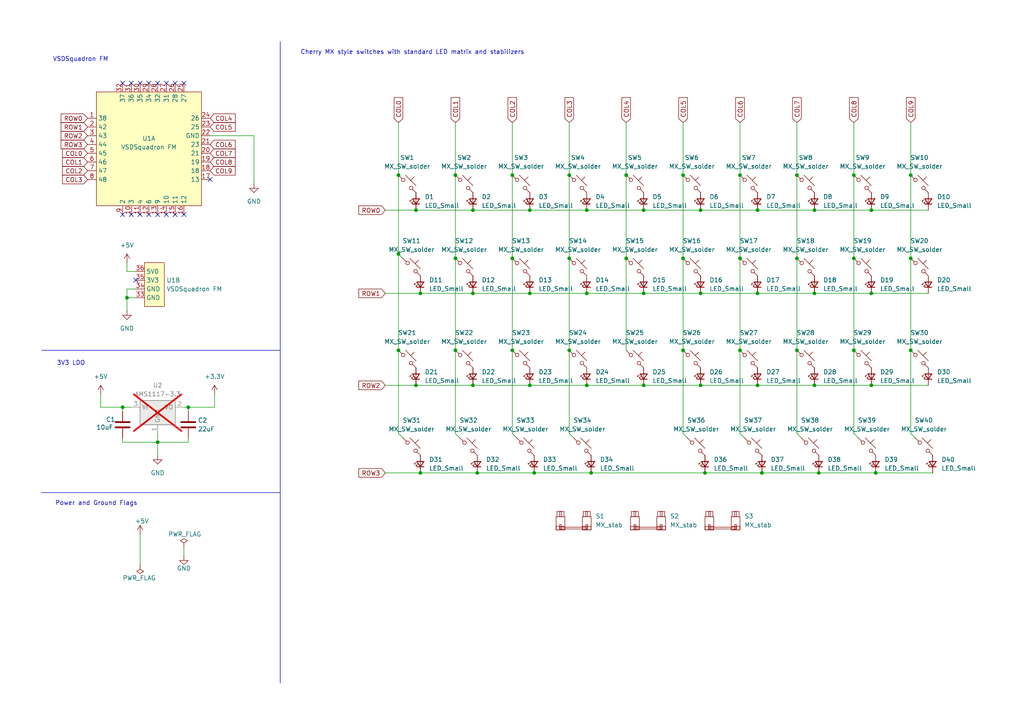
<source format=kicad_sch>
(kicad_sch (version 20231120) (generator "eeschema") (generator_version "8.0")
  (paper "A4")
  (title_block (title "Keyboard PCB LEDs VSDSquadron FM Shield") (date "2025-01-14") (rev "1A") (company "VLSI System Design") (comment 1 "Author : Bilwa Ghisad"))
  (lib_symbols
    (symbol "Device:C" (pin_numbers hide) (pin_names (offset 0.254))
      (property "Reference" "C" (at 0.635 2.54 0))
      (property "Value" "C" (at 0.635 -2.54 0))
      (symbol "C_1_1"
        (pin passive line (at 0 3.81 270) (length 2.794) (name "~") (number "1"))
        (pin passive line (at 0 -3.81 90) (length 2.794) (name "~") (number "2"))
      )
    )
    (symbol "Device:LED_Small" (pin_numbers hide) (pin_names (offset 0.254) hide)
      (property "Reference" "D" (at -1.27 3.175 0))
      (property "Value" "LED_Small" (at -4.445 -2.54 0))
      (symbol "LED_Small_1_1"
        (pin passive line (at -2.54 0 0) (length 1.778) (name "K") (number "1"))
        (pin passive line (at 2.54 0 180) (length 1.778) (name "A") (number "2"))
      )
    )
    (symbol "PCM_marbastlib-mx:MX_SW_solder" (pin_numbers hide) (pin_names (offset 1.016) hide)
      (property "Reference" "MX" (at 3.048 1.016 0))
      (property "Value" "MX_SW_solder" (at 0 -3.81 0))
      (symbol "MX_SW_solder_0_1"
        (pin passive line (at -2.54 2.54 0) (length 0) (name "1") (number "1"))
        (pin passive line (at 2.54 -2.54 180) (length 0) (name "2") (number "2"))
      )
    )
    (symbol "PCM_marbastlib-mx:MX_stab" (pin_names (offset 1.016))
      (property "Reference" "S" (at -5.08 6.35 0))
      (property "Value" "MX_stab" (at -5.08 3.81 0))
    )
    (symbol "Regulator_Linear:AMS1117-3.3"
      (property "Reference" "U" (at -3.81 3.175 0))
      (property "Value" "AMS1117-3.3" (at 0 3.175 0))
      (symbol "AMS1117-3.3_1_1"
        (pin power_in line (at 0 -7.62 90) (length 2.54) (name "GND") (number "1"))
        (pin power_out line (at 7.62 0 180) (length 2.54) (name "VO") (number "2"))
        (pin power_in line (at -7.62 0 0) (length 2.54) (name "VI") (number "3"))
      )
    )
    (symbol "VSDSquadron_FM:VSDSquadron_FM"
      (property "Reference" "U" (at -9.398 10.668 0))
      (property "Value" "VSDSquadron FM" (at 2.921 8.509 0))
      (symbol "VSDSquadron_FM_1_0"
        (pin bidirectional line (at -2.54 -17.78 90) (length 2.54) (name "3") (number "10"))
        (pin bidirectional line (at 0 -17.78 90) (length 2.54) (name "4") (number "11"))
        (pin bidirectional line (at 2.54 -17.78 90) (length 2.54) (name "6") (number "12"))
        (pin bidirectional line (at 5.08 -17.78 90) (length 2.54) (name "9") (number "13"))
        (pin bidirectional line (at 7.62 -17.78 90) (length 2.54) (name "10") (number "14"))
        (pin bidirectional line (at 20.32 -7.62 180) (length 2.54) (name "13") (number "17"))
        (pin bidirectional line (at 20.32 -5.08 180) (length 2.54) (name "18") (number "18"))
        (pin bidirectional line (at 20.32 -2.54 180) (length 2.54) (name "19") (number "19"))
        (pin bidirectional line (at 20.32 0 180) (length 2.54) (name "21") (number "20"))
        (pin bidirectional line (at 20.32 2.54 180) (length 2.54) (name "23") (number "21"))
        (pin power_in line (at 20.32 5.08 180) (length 2.54) (name "GND") (number "22"))
        (pin bidirectional line (at 20.32 7.62 180) (length 2.54) (name "25") (number "23"))
        (pin bidirectional line (at 20.32 10.16 180) (length 2.54) (name "26") (number "24"))
        (pin bidirectional line (at 12.7 20.32 270) (length 2.54) (name "27") (number "25"))
        (pin bidirectional line (at 10.16 20.32 270) (length 2.54) (name "28") (number "26"))
        (pin bidirectional line (at 2.54 20.32 270) (length 2.54) (name "34") (number "29"))
        (pin bidirectional line (at -15.24 5.08 0) (length 2.54) (name "43") (number "3"))
        (pin bidirectional line (at 0 20.32 270) (length 2.54) (name "35") (number "30"))
        (pin bidirectional line (at -2.54 20.32 270) (length 2.54) (name "36") (number "31"))
        (pin bidirectional line (at -5.08 20.32 270) (length 2.54) (name "37") (number "32"))
        (pin bidirectional line (at -15.24 2.54 0) (length 2.54) (name "44") (number "4"))
        (pin bidirectional line (at -15.24 0 0) (length 2.54) (name "45") (number "5"))
        (pin bidirectional line (at -15.24 -2.54 0) (length 2.54) (name "46") (number "6"))
        (pin bidirectional line (at -15.24 -5.08 0) (length 2.54) (name "47") (number "7"))
      )
      (symbol "VSDSquadron_FM_1_1"
        (pin bidirectional line (at -15.24 10.16 0) (length 2.54) (name "38") (number "1"))
        (pin bidirectional line (at 10.16 -17.78 90) (length 2.54) (name "11") (number "15"))
        (pin bidirectional line (at 12.7 -17.78 90) (length 2.54) (name "12") (number "16"))
        (pin bidirectional line (at -15.24 7.62 0) (length 2.54) (name "42") (number "2"))
        (pin bidirectional line (at 7.62 20.32 270) (length 2.54) (name "31") (number "27"))
        (pin bidirectional line (at 5.08 20.32 270) (length 2.54) (name "32") (number "28"))
        (pin bidirectional line (at -15.24 -7.62 0) (length 2.54) (name "48") (number "8"))
        (pin bidirectional line (at -5.08 -17.78 90) (length 2.54) (name "2") (number "9"))
      )
      (symbol "VSDSquadron_FM_2_1"
        (pin power_in line (at -5.08 -7.62 0) (length 2.54) (name "GND") (number "33"))
        (pin power_in line (at -5.08 -5.08 0) (length 2.54) (name "GND") (number "34"))
        (pin power_in line (at -5.08 -2.54 0) (length 2.54) (name "3V3") (number "35"))
        (pin power_in line (at -5.08 0 0) (length 2.54) (name "5V0") (number "36"))
      )
    )
    (symbol "power:GND" (power) (pin_numbers hide) (pin_names (offset 0) hide)
      (property "Value" "GND" (at 0 -3.81 0))
      (symbol "GND_1_1"
        (pin power_in line (at 0 0 270) (length 0) (name "~") (number "1"))
      )
    )
    (symbol "power:PWR_FLAG" (power) (pin_numbers hide) (pin_names (offset 0) hide)
      (property "Value" "PWR_FLAG" (at 0 3.81 0))
      (symbol "PWR_FLAG_0_0"
        (pin power_out line (at 0 0 90) (length 0) (name "~") (number "1"))
      )
    )
    (symbol "power:VDD" (power) (pin_numbers hide) (pin_names (offset 0) hide)
      (property "Value" "VDD" (at 0 3.556 0))
      (symbol "VDD_1_1"
        (pin power_in line (at 0 0 90) (length 0) (name "~") (number "1"))
      )
    )
  )
  (junction (at 203.2 111.76))
  (junction (at 247.65 50.8))
  (junction (at 264.16 50.8))
  (junction (at 198.12 74.93))
  (junction (at 165.1 50.8))
  (junction (at 170.18 60.96))
  (junction (at 165.1 74.93))
  (junction (at 45.72 128.27))
  (junction (at 132.08 50.8))
  (junction (at 231.14 50.8))
  (junction (at 236.22 111.76))
  (junction (at 186.69 85.09))
  (junction (at 121.92 85.09))
  (junction (at 219.71 85.09))
  (junction (at 198.12 50.8))
  (junction (at 120.65 60.96))
  (junction (at 198.12 101.6))
  (junction (at 54.61 118.11))
  (junction (at 186.69 60.96))
  (junction (at 181.61 74.93))
  (junction (at 153.67 85.09))
  (junction (at 132.08 101.6))
  (junction (at 252.73 111.76))
  (junction (at 264.16 101.6))
  (junction (at 171.45 137.16))
  (junction (at 231.14 101.6))
  (junction (at 264.16 74.93))
  (junction (at 204.47 137.16))
  (junction (at 120.65 111.76))
  (junction (at 236.22 85.09))
  (junction (at 252.73 85.09))
  (junction (at 220.98 137.16))
  (junction (at 138.43 137.16))
  (junction (at 186.69 111.76))
  (junction (at 219.71 111.76))
  (junction (at 153.67 111.76))
  (junction (at 203.2 60.96))
  (junction (at 115.57 101.6))
  (junction (at 36.83 86.36))
  (junction (at 132.08 74.93))
  (junction (at 252.73 60.96))
  (junction (at 170.18 111.76))
  (junction (at 203.2 85.09))
  (junction (at 214.63 50.8))
  (junction (at 137.16 111.76))
  (junction (at 153.67 60.96))
  (junction (at 121.92 137.16))
  (junction (at 231.14 74.93))
  (junction (at 170.18 85.09))
  (junction (at 247.65 74.93))
  (junction (at 247.65 101.6))
  (junction (at 115.57 73.66))
  (junction (at 237.49 137.16))
  (junction (at 214.63 74.93))
  (junction (at 137.16 85.09))
  (junction (at 181.61 50.8))
  (junction (at 148.59 50.8))
  (junction (at 214.63 101.6))
  (junction (at 148.59 74.93))
  (junction (at 154.94 137.16))
  (junction (at 35.56 118.11))
  (junction (at 115.57 50.8))
  (junction (at 219.71 60.96))
  (junction (at 148.59 101.6))
  (junction (at 236.22 60.96))
  (junction (at 137.16 60.96))
  (junction (at 165.1 101.6))
  (junction (at 254 137.16))
  (no_connect (at 50.8 24.13))
  (no_connect (at 40.64 24.13))
  (no_connect (at 50.8 62.23))
  (no_connect (at 43.18 62.23))
  (no_connect (at 35.56 62.23))
  (no_connect (at 48.26 62.23))
  (no_connect (at 53.34 62.23))
  (no_connect (at 48.26 24.13))
  (no_connect (at 45.72 24.13))
  (no_connect (at 53.34 24.13))
  (no_connect (at 38.1 24.13))
  (no_connect (at 45.72 62.23))
  (no_connect (at 40.64 62.23))
  (no_connect (at 35.56 24.13))
  (no_connect (at 39.37 81.28))
  (no_connect (at 43.18 24.13))
  (no_connect (at 60.96 52.07))
  (no_connect (at 38.1 62.23))
  (wire (pts (xy 115.57 73.66) (xy 115.57 101.6)))
  (wire (pts (xy 198.12 50.8) (xy 198.12 74.93)))
  (wire (pts (xy 111.76 111.76) (xy 120.65 111.76)))
  (wire (pts (xy 60.96 39.37) (xy 73.66 39.37)))
  (wire (pts (xy 148.59 74.93) (xy 148.59 101.6)))
  (wire (pts (xy 252.73 85.09) (xy 269.24 85.09)))
  (wire (pts (xy 236.22 60.96) (xy 252.73 60.96)))
  (wire (pts (xy 148.59 125.73) (xy 149.86 127)))
  (wire (pts (xy 154.94 137.16) (xy 171.45 137.16)))
  (wire (pts (xy 148.59 50.8) (xy 148.59 74.93)))
  (wire (pts (xy 165.1 125.73) (xy 166.37 127)))
  (wire (pts (xy 36.83 83.82) (xy 39.37 83.82)))
  (wire (pts (xy 254 137.16) (xy 270.51 137.16)))
  (wire (pts (xy 62.23 114.3) (xy 62.23 118.11)))
  (wire (pts (xy 132.08 35.56) (xy 132.08 50.8)))
  (wire (pts (xy 53.34 158.75) (xy 53.34 161.29)))
  (wire (pts (xy 247.65 74.93) (xy 247.65 101.6)))
  (wire (pts (xy 45.72 128.27) (xy 45.72 132.08)))
  (wire (pts (xy 264.16 125.73) (xy 265.43 127)))
  (wire (pts (xy 45.72 128.27) (xy 54.61 128.27)))
  (wire (pts (xy 252.73 60.96) (xy 269.24 60.96)))
  (wire (pts (xy 203.2 85.09) (xy 219.71 85.09)))
  (wire (pts (xy 121.92 85.09) (xy 137.16 85.09)))
  (wire (pts (xy 165.1 50.8) (xy 165.1 74.93)))
  (wire (pts (xy 132.08 101.6) (xy 132.08 125.73)))
  (wire (pts (xy 219.71 85.09) (xy 236.22 85.09)))
  (polyline (pts (xy 81.28 12.065) (xy 81.28 198.12)))
  (wire (pts (xy 203.2 60.96) (xy 219.71 60.96)))
  (wire (pts (xy 203.2 111.76) (xy 219.71 111.76)))
  (wire (pts (xy 45.72 125.73) (xy 45.72 128.27)))
  (wire (pts (xy 231.14 74.93) (xy 231.14 101.6)))
  (wire (pts (xy 237.49 137.16) (xy 254 137.16)))
  (wire (pts (xy 181.61 35.56) (xy 181.61 50.8)))
  (wire (pts (xy 137.16 111.76) (xy 153.67 111.76)))
  (wire (pts (xy 247.65 35.56) (xy 247.65 50.8)))
  (wire (pts (xy 111.76 85.09) (xy 121.92 85.09)))
  (wire (pts (xy 214.63 74.93) (xy 214.63 101.6)))
  (wire (pts (xy 53.34 118.11) (xy 54.61 118.11)))
  (wire (pts (xy 247.65 101.6) (xy 247.65 125.73)))
  (wire (pts (xy 35.56 118.11) (xy 35.56 119.38)))
  (wire (pts (xy 148.59 35.56) (xy 148.59 50.8)))
  (wire (pts (xy 170.18 85.09) (xy 186.69 85.09)))
  (wire (pts (xy 204.47 137.16) (xy 220.98 137.16)))
  (wire (pts (xy 36.83 76.2) (xy 36.83 78.74)))
  (wire (pts (xy 35.56 127) (xy 35.56 128.27)))
  (wire (pts (xy 171.45 137.16) (xy 204.47 137.16)))
  (wire (pts (xy 132.08 125.73) (xy 133.35 127)))
  (wire (pts (xy 220.98 137.16) (xy 237.49 137.16)))
  (wire (pts (xy 214.63 125.73) (xy 215.9 127)))
  (wire (pts (xy 137.16 85.09) (xy 153.67 85.09)))
  (wire (pts (xy 40.64 154.94) (xy 40.64 163.83)))
  (wire (pts (xy 115.57 101.6) (xy 115.57 125.73)))
  (wire (pts (xy 231.14 35.56) (xy 231.14 50.8)))
  (wire (pts (xy 170.18 60.96) (xy 186.69 60.96)))
  (polyline (pts (xy 12.065 101.6) (xy 81.28 101.6)))
  (wire (pts (xy 120.65 111.76) (xy 137.16 111.76)))
  (wire (pts (xy 170.18 111.76) (xy 186.69 111.76)))
  (wire (pts (xy 219.71 60.96) (xy 236.22 60.96)))
  (wire (pts (xy 264.16 101.6) (xy 264.16 125.73)))
  (wire (pts (xy 198.12 125.73) (xy 199.39 127)))
  (wire (pts (xy 236.22 111.76) (xy 252.73 111.76)))
  (wire (pts (xy 231.14 125.73) (xy 232.41 127)))
  (wire (pts (xy 247.65 50.8) (xy 247.65 74.93)))
  (wire (pts (xy 231.14 101.6) (xy 231.14 125.73)))
  (wire (pts (xy 36.83 78.74) (xy 39.37 78.74)))
  (wire (pts (xy 137.16 60.96) (xy 153.67 60.96)))
  (wire (pts (xy 186.69 111.76) (xy 203.2 111.76)))
  (wire (pts (xy 36.83 83.82) (xy 36.83 86.36)))
  (wire (pts (xy 153.67 85.09) (xy 170.18 85.09)))
  (wire (pts (xy 165.1 101.6) (xy 165.1 125.73)))
  (wire (pts (xy 35.56 118.11) (xy 38.1 118.11)))
  (wire (pts (xy 264.16 35.56) (xy 264.16 50.8)))
  (wire (pts (xy 214.63 50.8) (xy 214.63 74.93)))
  (wire (pts (xy 121.92 137.16) (xy 138.43 137.16)))
  (wire (pts (xy 111.76 60.96) (xy 120.65 60.96)))
  (wire (pts (xy 115.57 50.8) (xy 115.57 73.66)))
  (wire (pts (xy 54.61 118.11) (xy 54.61 119.38)))
  (wire (pts (xy 219.71 111.76) (xy 236.22 111.76)))
  (wire (pts (xy 148.59 101.6) (xy 148.59 125.73)))
  (wire (pts (xy 165.1 74.93) (xy 165.1 101.6)))
  (wire (pts (xy 120.65 60.96) (xy 137.16 60.96)))
  (wire (pts (xy 54.61 118.11) (xy 62.23 118.11)))
  (wire (pts (xy 214.63 101.6) (xy 214.63 125.73)))
  (wire (pts (xy 115.57 35.56) (xy 115.57 50.8)))
  (wire (pts (xy 264.16 50.8) (xy 264.16 74.93)))
  (wire (pts (xy 29.21 114.3) (xy 29.21 118.11)))
  (polyline (pts (xy 12.065 142.875) (xy 81.28 142.875)))
  (wire (pts (xy 54.61 127) (xy 54.61 128.27)))
  (wire (pts (xy 132.08 50.8) (xy 132.08 74.93)))
  (wire (pts (xy 186.69 60.96) (xy 203.2 60.96)))
  (wire (pts (xy 36.83 86.36) (xy 39.37 86.36)))
  (wire (pts (xy 115.57 73.66) (xy 116.84 74.93)))
  (wire (pts (xy 153.67 60.96) (xy 170.18 60.96)))
  (wire (pts (xy 181.61 74.93) (xy 181.61 101.6)))
  (wire (pts (xy 132.08 74.93) (xy 132.08 101.6)))
  (wire (pts (xy 186.69 85.09) (xy 203.2 85.09)))
  (wire (pts (xy 29.21 118.11) (xy 35.56 118.11)))
  (wire (pts (xy 214.63 35.56) (xy 214.63 50.8)))
  (wire (pts (xy 231.14 50.8) (xy 231.14 74.93)))
  (wire (pts (xy 198.12 74.93) (xy 198.12 101.6)))
  (wire (pts (xy 198.12 35.56) (xy 198.12 50.8)))
  (wire (pts (xy 115.57 125.73) (xy 116.84 127)))
  (wire (pts (xy 236.22 85.09) (xy 252.73 85.09)))
  (wire (pts (xy 36.83 86.36) (xy 36.83 90.17)))
  (wire (pts (xy 35.56 128.27) (xy 45.72 128.27)))
  (wire (pts (xy 111.76 137.16) (xy 121.92 137.16)))
  (wire (pts (xy 153.67 111.76) (xy 170.18 111.76)))
  (wire (pts (xy 264.16 74.93) (xy 264.16 101.6)))
  (wire (pts (xy 73.66 39.37) (xy 73.66 53.34)))
  (wire (pts (xy 165.1 35.56) (xy 165.1 50.8)))
  (wire (pts (xy 198.12 101.6) (xy 198.12 125.73)))
  (wire (pts (xy 138.43 137.16) (xy 154.94 137.16)))
  (wire (pts (xy 252.73 111.76) (xy 269.24 111.76)))
  (wire (pts (xy 181.61 50.8) (xy 181.61 74.93)))
  (wire (pts (xy 247.65 125.73) (xy 248.92 127)))
  (text "Cherry MX style switches with standard LED matrix and stabilizers" (at 119.634 15.24 0) (effects (font (size 1.27 1.27))))
  (text "Power and Ground Flags" (at 27.94 146.05 0) (effects (font (size 1.27 1.27))))
  (text "VSDSquadron FM" (at 23.368 17.272 0) (effects (font (size 1.27 1.27))))
  (text "3V3 LDO" (at 20.574 105.41 0) (effects (font (size 1.27 1.27))))
  (global_label "COL8" (shape input) (at 247.65 35.56 90) (property "Intersheetrefs" "${INTERSHEET_REFS}" (effects (hide yes))))
  (global_label "COL3" (shape input) (at 25.4 52.07 180) (property "Intersheetrefs" "${INTERSHEET_REFS}" (effects (hide yes))))
  (global_label "ROW0" (shape input) (at 25.4 34.29 180) (property "Intersheetrefs" "${INTERSHEET_REFS}" (effects (hide yes))))
  (global_label "COL1" (shape input) (at 25.4 46.99 180) (property "Intersheetrefs" "${INTERSHEET_REFS}" (effects (hide yes))))
  (global_label "COL6" (shape input) (at 214.63 35.56 90) (property "Intersheetrefs" "${INTERSHEET_REFS}" (effects (hide yes))))
  (global_label "COL6" (shape input) (at 60.96 41.91 0) (property "Intersheetrefs" "${INTERSHEET_REFS}" (effects (hide yes))))
  (global_label "COL0" (shape input) (at 115.57 35.56 90) (property "Intersheetrefs" "${INTERSHEET_REFS}" (effects (hide yes))))
  (global_label "COL8" (shape input) (at 60.96 46.99 0) (property "Intersheetrefs" "${INTERSHEET_REFS}" (effects (hide yes))))
  (global_label "COL0" (shape input) (at 25.4 44.45 180) (property "Intersheetrefs" "${INTERSHEET_REFS}" (effects (hide yes))))
  (global_label "ROW1" (shape input) (at 111.76 85.09 180) (property "Intersheetrefs" "${INTERSHEET_REFS}" (effects (hide yes))))
  (global_label "COL5" (shape input) (at 60.96 36.83 0) (property "Intersheetrefs" "${INTERSHEET_REFS}" (effects (hide yes))))
  (global_label "COL4" (shape input) (at 60.96 34.29 0) (property "Intersheetrefs" "${INTERSHEET_REFS}" (effects (hide yes))))
  (global_label "ROW2" (shape input) (at 25.4 39.37 180) (property "Intersheetrefs" "${INTERSHEET_REFS}" (effects (hide yes))))
  (global_label "COL4" (shape input) (at 181.61 35.56 90) (property "Intersheetrefs" "${INTERSHEET_REFS}" (effects (hide yes))))
  (global_label "ROW0" (shape input) (at 111.76 60.96 180) (property "Intersheetrefs" "${INTERSHEET_REFS}" (effects (hide yes))))
  (global_label "ROW3" (shape input) (at 25.4 41.91 180) (property "Intersheetrefs" "${INTERSHEET_REFS}" (effects (hide yes))))
  (global_label "COL5" (shape input) (at 198.12 35.56 90) (property "Intersheetrefs" "${INTERSHEET_REFS}" (effects (hide yes))))
  (global_label "COL9" (shape input) (at 60.96 49.53 0) (property "Intersheetrefs" "${INTERSHEET_REFS}" (effects (hide yes))))
  (global_label "ROW2" (shape input) (at 111.76 111.76 180) (property "Intersheetrefs" "${INTERSHEET_REFS}" (effects (hide yes))))
  (global_label "COL1" (shape input) (at 132.08 35.56 90) (property "Intersheetrefs" "${INTERSHEET_REFS}" (effects (hide yes))))
  (global_label "ROW1" (shape input) (at 25.4 36.83 180) (property "Intersheetrefs" "${INTERSHEET_REFS}" (effects (hide yes))))
  (global_label "COL2" (shape input) (at 25.4 49.53 180) (property "Intersheetrefs" "${INTERSHEET_REFS}" (effects (hide yes))))
  (global_label "ROW3" (shape input) (at 111.76 137.16 180) (property "Intersheetrefs" "${INTERSHEET_REFS}" (effects (hide yes))))
  (global_label "COL3" (shape input) (at 165.1 35.56 90) (property "Intersheetrefs" "${INTERSHEET_REFS}" (effects (hide yes))))
  (global_label "COL7" (shape input) (at 231.14 35.56 90) (property "Intersheetrefs" "${INTERSHEET_REFS}" (effects (hide yes))))
  (global_label "COL9" (shape input) (at 264.16 35.56 90) (property "Intersheetrefs" "${INTERSHEET_REFS}" (effects (hide yes))))
  (global_label "COL2" (shape input) (at 148.59 35.56 90) (property "Intersheetrefs" "${INTERSHEET_REFS}" (effects (hide yes))))
  (global_label "COL7" (shape input) (at 60.96 44.45 0) (property "Intersheetrefs" "${INTERSHEET_REFS}" (effects (hide yes))))
  (symbol (lib_id "PCM_marbastlib-mx:MX_SW_solder") (at 119.38 129.54 0) (unit 1)
    (property "Reference" "SW31" (at 119.38 121.92 0))
    (property "Value" "MX_SW_solder" (at 119.38 124.46 0))
    (property "Footprint" "PCM_marbastlib-mx:SW_MX_1.25u" (effects (hide yes)))
    (property "Description" "Push button switch, normally open, two pins, 45° tilted" (effects (hide yes)))
    (property "LCSC" "C7471788" (effects (hide yes)))
  )
  (symbol (lib_id "PCM_marbastlib-mx:MX_SW_solder") (at 233.68 104.14 0) (unit 1)
    (property "Reference" "SW28" (at 233.68 96.52 0))
    (property "Value" "MX_SW_solder" (at 233.68 99.06 0))
    (property "Footprint" "PCM_marbastlib-mx:SW_MX_1u" (effects (hide yes)))
    (property "Description" "Push button switch, normally open, two pins, 45° tilted" (effects (hide yes)))
    (property "LCSC" "C7471788" (effects (hide yes)))
  )
  (symbol (lib_id "Device:LED_Small") (at 252.73 109.22 90) (unit 1)
    (property "Reference" "D29" (at 255.27 107.8864 90) (effects (justify right)))
    (property "Value" "LED_Small" (at 255.27 110.4264 90) (effects (justify right)))
    (property "Footprint" "LED_SMD:LED_miniPLCC_2315" (effects (hide yes)))
    (property "Description" "Light emitting diode, small symbol" (effects (hide yes)))
    (property "LCSC" "C2689217" (effects (hide yes)))
  )
  (symbol (lib_id "Device:LED_Small") (at 153.67 82.55 90) (unit 1)
    (property "Reference" "D13" (at 156.21 81.2164 90) (effects (justify right)))
    (property "Value" "LED_Small" (at 156.21 83.7564 90) (effects (justify right)))
    (property "Footprint" "LED_SMD:LED_miniPLCC_2315" (effects (hide yes)))
    (property "Description" "Light emitting diode, small symbol" (effects (hide yes)))
    (property "LCSC" "C2689217" (effects (hide yes)))
  )
  (symbol (lib_id "Regulator_Linear:AMS1117-3.3") (at 45.72 118.11 0) (unit 1) (dnp yes)
    (property "Reference" "U2" (at 45.72 111.76 0))
    (property "Value" "AMS1117-3.3" (at 45.72 114.3 0))
    (property "Footprint" "Package_TO_SOT_SMD:SOT-223-3_TabPin2" (effects (hide yes)))
    (property "Datasheet" "http://www.advanced-monolithic.com/pdf/ds1117.pdf" (effects (hide yes)))
    (property "Description" "1A Low Dropout regulator, positive, 3.3V fixed output, SOT-223" (effects (hide yes)))
    (property "LCSC" "C347222" (effects (hide yes)))
  )
  (symbol (lib_id "Device:LED_Small") (at 203.2 58.42 90) (unit 1)
    (property "Reference" "D6" (at 205.74 57.0864 90) (effects (justify right)))
    (property "Value" "LED_Small" (at 205.74 59.6264 90) (effects (justify right)))
    (property "Footprint" "LED_SMD:LED_miniPLCC_2315" (effects (hide yes)))
    (property "Description" "Light emitting diode, small symbol" (effects (hide yes)))
    (property "LCSC" "C2689217" (effects (hide yes)))
  )
  (symbol (lib_id "VSDSquadron_FM:VSDSquadron_FM") (at 44.45 78.74 0) (unit 2)
    (property "Reference" "U1" (at 48.26 81.2799 0) (effects (justify left)))
    (property "Value" "VSDSquadron FM" (at 48.26 83.8199 0) (effects (justify left)))
    (property "Footprint" "VSDsquadron_FM-1.1.0:VSDSquadron_FM" (effects (hide yes)))
    (property "Datasheet" "https://github.com/yathAg/VSDSquadron_FM" (effects (hide yes)))
  )
  (symbol (lib_id "PCM_marbastlib-mx:MX_SW_solder") (at 134.62 77.47 0) (unit 1)
    (property "Reference" "SW12" (at 134.62 69.85 0))
    (property "Value" "MX_SW_solder" (at 134.62 72.39 0))
    (property "Footprint" "PCM_marbastlib-mx:SW_MX_1u" (effects (hide yes)))
    (property "Description" "Push button switch, normally open, two pins, 45° tilted" (effects (hide yes)))
    (property "LCSC" "C7471788" (effects (hide yes)))
  )
  (symbol (lib_id "PCM_marbastlib-mx:MX_SW_solder") (at 200.66 104.14 0) (unit 1)
    (property "Reference" "SW26" (at 200.66 96.52 0))
    (property "Value" "MX_SW_solder" (at 200.66 99.06 0))
    (property "Footprint" "PCM_marbastlib-mx:SW_MX_1u" (effects (hide yes)))
    (property "Description" "Push button switch, normally open, two pins, 45° tilted" (effects (hide yes)))
    (property "LCSC" "C7471788" (effects (hide yes)))
  )
  (symbol (lib_id "Device:LED_Small") (at 153.67 109.22 90) (unit 1)
    (property "Reference" "D23" (at 156.21 107.8864 90) (effects (justify right)))
    (property "Value" "LED_Small" (at 156.21 110.4264 90) (effects (justify right)))
    (property "Footprint" "LED_SMD:LED_miniPLCC_2315" (effects (hide yes)))
    (property "Description" "Light emitting diode, small symbol" (effects (hide yes)))
    (property "LCSC" "C2689217" (effects (hide yes)))
  )
  (symbol (lib_id "Device:LED_Small") (at 186.69 82.55 90) (unit 1)
    (property "Reference" "D15" (at 189.23 81.2164 90) (effects (justify right)))
    (property "Value" "LED_Small" (at 189.23 83.7564 90) (effects (justify right)))
    (property "Footprint" "LED_SMD:LED_miniPLCC_2315" (effects (hide yes)))
    (property "Description" "Light emitting diode, small symbol" (effects (hide yes)))
    (property "LCSC" "C2689217" (effects (hide yes)))
  )
  (symbol (lib_id "PCM_marbastlib-mx:MX_SW_solder") (at 250.19 53.34 0) (unit 1)
    (property "Reference" "SW9" (at 250.19 45.72 0))
    (property "Value" "MX_SW_solder" (at 250.19 48.26 0))
    (property "Footprint" "PCM_marbastlib-mx:SW_MX_1u" (effects (hide yes)))
    (property "Description" "Push button switch, normally open, two pins, 45° tilted" (effects (hide yes)))
    (property "LCSC" "C7471788" (effects (hide yes)))
  )
  (symbol (lib_id "PCM_marbastlib-mx:MX_stab") (at 166.37 151.13 0) (unit 1)
    (property "Reference" "S1" (at 172.72 149.7329 0) (effects (justify left)))
    (property "Value" "MX_stab" (at 172.72 152.2729 0) (effects (justify left)))
    (property "Footprint" "PCM_marbastlib-mx:STAB_MX_P_2u" (effects (hide yes)))
    (property "Description" "Cherry MX-style stabilizer" (effects (hide yes)))
  )
  (symbol (lib_id "Device:LED_Small") (at 269.24 82.55 90) (unit 1)
    (property "Reference" "D20" (at 271.78 81.2164 90) (effects (justify right)))
    (property "Value" "LED_Small" (at 271.78 83.7564 90) (effects (justify right)))
    (property "Footprint" "LED_SMD:LED_miniPLCC_2315" (effects (hide yes)))
    (property "Description" "Light emitting diode, small symbol" (effects (hide yes)))
    (property "LCSC" "C2689217" (effects (hide yes)))
  )
  (symbol (lib_id "PCM_marbastlib-mx:MX_SW_solder") (at 250.19 104.14 0) (unit 1)
    (property "Reference" "SW29" (at 250.19 96.52 0))
    (property "Value" "MX_SW_solder" (at 250.19 99.06 0))
    (property "Footprint" "PCM_marbastlib-mx:SW_MX_1u" (effects (hide yes)))
    (property "Description" "Push button switch, normally open, two pins, 45° tilted" (effects (hide yes)))
    (property "LCSC" "C7471788" (effects (hide yes)))
  )
  (symbol (lib_id "Device:LED_Small") (at 219.71 58.42 90) (unit 1)
    (property "Reference" "D7" (at 222.25 57.0864 90) (effects (justify right)))
    (property "Value" "LED_Small" (at 222.25 59.6264 90) (effects (justify right)))
    (property "Footprint" "LED_SMD:LED_miniPLCC_2315" (effects (hide yes)))
    (property "Description" "Light emitting diode, small symbol" (effects (hide yes)))
    (property "LCSC" "C2689217" (effects (hide yes)))
  )
  (symbol (lib_id "Device:LED_Small") (at 269.24 58.42 90) (unit 1)
    (property "Reference" "D10" (at 271.78 57.0864 90) (effects (justify right)))
    (property "Value" "LED_Small" (at 271.78 59.6264 90) (effects (justify right)))
    (property "Footprint" "LED_SMD:LED_miniPLCC_2315" (effects (hide yes)))
    (property "Description" "Light emitting diode, small symbol" (effects (hide yes)))
    (property "LCSC" "C2689217" (effects (hide yes)))
  )
  (symbol (lib_id "Device:LED_Small") (at 252.73 82.55 90) (unit 1)
    (property "Reference" "D19" (at 255.27 81.2164 90) (effects (justify right)))
    (property "Value" "LED_Small" (at 255.27 83.7564 90) (effects (justify right)))
    (property "Footprint" "LED_SMD:LED_miniPLCC_2315" (effects (hide yes)))
    (property "Description" "Light emitting diode, small symbol" (effects (hide yes)))
    (property "LCSC" "C2689217" (effects (hide yes)))
  )
  (symbol (lib_id "Device:LED_Small") (at 220.98 134.62 90) (unit 1)
    (property "Reference" "D37" (at 223.52 133.2864 90) (effects (justify right)))
    (property "Value" "LED_Small" (at 223.52 135.8264 90) (effects (justify right)))
    (property "Footprint" "LED_SMD:LED_miniPLCC_2315" (effects (hide yes)))
    (property "Description" "Light emitting diode, small symbol" (effects (hide yes)))
    (property "LCSC" "C2689217" (effects (hide yes)))
  )
  (symbol (lib_id "PCM_marbastlib-mx:MX_SW_solder") (at 184.15 104.14 0) (unit 1)
    (property "Reference" "SW25" (at 184.15 96.52 0))
    (property "Value" "MX_SW_solder" (at 184.15 99.06 0))
    (property "Footprint" "PCM_marbastlib-mx:SW_MX_1u" (effects (hide yes)))
    (property "Description" "Push button switch, normally open, two pins, 45° tilted" (effects (hide yes)))
    (property "LCSC" "C7471788" (effects (hide yes)))
  )
  (symbol (lib_id "power:GND") (at 45.72 132.08 0) (unit 1)
    (property "Reference" "#PWR05" (effects (hide yes)))
    (property "Value" "GND" (at 45.72 137.16 0))
    (property "Description" "Power symbol creates a global label with name \"GND\" , ground" (effects (hide yes)))
  )
  (symbol (lib_id "Device:LED_Small") (at 186.69 58.42 90) (unit 1)
    (property "Reference" "D5" (at 189.23 57.0864 90) (effects (justify right)))
    (property "Value" "LED_Small" (at 189.23 59.6264 90) (effects (justify right)))
    (property "Footprint" "LED_SMD:LED_miniPLCC_2315" (effects (hide yes)))
    (property "Description" "Light emitting diode, small symbol" (effects (hide yes)))
    (property "LCSC" "C2689217" (effects (hide yes)))
  )
  (symbol (lib_id "Device:LED_Small") (at 137.16 82.55 90) (unit 1)
    (property "Reference" "D12" (at 139.7 81.2164 90) (effects (justify right)))
    (property "Value" "LED_Small" (at 139.7 83.7564 90) (effects (justify right)))
    (property "Footprint" "LED_SMD:LED_miniPLCC_2315" (effects (hide yes)))
    (property "Description" "Light emitting diode, small symbol" (effects (hide yes)))
    (property "LCSC" "C2689217" (effects (hide yes)))
  )
  (symbol (lib_id "power:VDD") (at 29.21 114.3 0) (unit 1)
    (property "Reference" "#PWR03" (effects (hide yes)))
    (property "Value" "+5V" (at 29.21 109.22 0))
    (property "Description" "Power symbol creates a global label with name \"VDD\"" (effects (hide yes)))
  )
  (symbol (lib_id "Device:LED_Small") (at 170.18 109.22 90) (unit 1)
    (property "Reference" "D24" (at 172.72 107.8864 90) (effects (justify right)))
    (property "Value" "LED_Small" (at 172.72 110.4264 90) (effects (justify right)))
    (property "Footprint" "LED_SMD:LED_miniPLCC_2315" (effects (hide yes)))
    (property "Description" "Light emitting diode, small symbol" (effects (hide yes)))
    (property "LCSC" "C2689217" (effects (hide yes)))
  )
  (symbol (lib_id "power:GND") (at 53.34 161.29 0) (unit 1)
    (property "Reference" "#PWR07" (effects (hide yes)))
    (property "Value" "GND" (at 53.34 164.846 0))
    (property "Description" "Power symbol creates a global label with name \"GND\" , ground" (effects (hide yes)))
  )
  (symbol (lib_id "PCM_marbastlib-mx:MX_SW_solder") (at 184.15 77.47 0) (unit 1)
    (property "Reference" "SW15" (at 184.15 69.85 0))
    (property "Value" "MX_SW_solder" (at 184.15 72.39 0))
    (property "Footprint" "PCM_marbastlib-mx:SW_MX_1u" (effects (hide yes)))
    (property "Description" "Push button switch, normally open, two pins, 45° tilted" (effects (hide yes)))
    (property "LCSC" "C7471788" (effects (hide yes)))
  )
  (symbol (lib_id "PCM_marbastlib-mx:MX_SW_solder") (at 151.13 104.14 0) (unit 1)
    (property "Reference" "SW23" (at 151.13 96.52 0))
    (property "Value" "MX_SW_solder" (at 151.13 99.06 0))
    (property "Footprint" "PCM_marbastlib-mx:SW_MX_1u" (effects (hide yes)))
    (property "Description" "Push button switch, normally open, two pins, 45° tilted" (effects (hide yes)))
    (property "LCSC" "C7471788" (effects (hide yes)))
  )
  (symbol (lib_id "Device:LED_Small") (at 237.49 134.62 90) (unit 1)
    (property "Reference" "D38" (at 240.03 133.2864 90) (effects (justify right)))
    (property "Value" "LED_Small" (at 240.03 135.8264 90) (effects (justify right)))
    (property "Footprint" "LED_SMD:LED_miniPLCC_2315" (effects (hide yes)))
    (property "Description" "Light emitting diode, small symbol" (effects (hide yes)))
    (property "LCSC" "C2689217" (effects (hide yes)))
  )
  (symbol (lib_id "PCM_marbastlib-mx:MX_SW_solder") (at 200.66 77.47 0) (unit 1)
    (property "Reference" "SW16" (at 200.66 69.85 0))
    (property "Value" "MX_SW_solder" (at 200.66 72.39 0))
    (property "Footprint" "PCM_marbastlib-mx:SW_MX_1u" (effects (hide yes)))
    (property "Description" "Push button switch, normally open, two pins, 45° tilted" (effects (hide yes)))
    (property "LCSC" "C7471788" (effects (hide yes)))
  )
  (symbol (lib_id "Device:LED_Small") (at 138.43 134.62 90) (unit 1)
    (property "Reference" "D32" (at 140.97 133.2864 90) (effects (justify right)))
    (property "Value" "LED_Small" (at 140.97 135.8264 90) (effects (justify right)))
    (property "Footprint" "LED_SMD:LED_miniPLCC_2315" (effects (hide yes)))
    (property "Description" "Light emitting diode, small symbol" (effects (hide yes)))
    (property "LCSC" "C2689217" (effects (hide yes)))
  )
  (symbol (lib_id "Device:LED_Small") (at 269.24 109.22 90) (unit 1)
    (property "Reference" "D30" (at 271.78 107.8864 90) (effects (justify right)))
    (property "Value" "LED_Small" (at 271.78 110.4264 90) (effects (justify right)))
    (property "Footprint" "LED_SMD:LED_miniPLCC_2315" (effects (hide yes)))
    (property "Description" "Light emitting diode, small symbol" (effects (hide yes)))
    (property "LCSC" "C2689217" (effects (hide yes)))
  )
  (symbol (lib_id "PCM_marbastlib-mx:MX_SW_solder") (at 119.38 77.47 0) (unit 1)
    (property "Reference" "SW11" (at 119.38 69.85 0))
    (property "Value" "MX_SW_solder" (at 119.38 72.39 0))
    (property "Footprint" "PCM_marbastlib-mx:SW_MX_1.25u" (effects (hide yes)))
    (property "Description" "Push button switch, normally open, two pins, 45° tilted" (effects (hide yes)))
    (property "LCSC" "C7471788" (effects (hide yes)))
  )
  (symbol (lib_id "PCM_marbastlib-mx:MX_SW_solder") (at 151.13 53.34 0) (unit 1)
    (property "Reference" "SW3" (at 151.13 45.72 0))
    (property "Value" "MX_SW_solder" (at 151.13 48.26 0))
    (property "Footprint" "PCM_marbastlib-mx:SW_MX_1u" (effects (hide yes)))
    (property "Description" "Push button switch, normally open, two pins, 45° tilted" (effects (hide yes)))
    (property "LCSC" "C7471788" (effects (hide yes)))
  )
  (symbol (lib_id "PCM_marbastlib-mx:MX_SW_solder") (at 184.15 53.34 0) (unit 1)
    (property "Reference" "SW5" (at 184.15 45.72 0))
    (property "Value" "MX_SW_solder" (at 184.15 48.26 0))
    (property "Footprint" "PCM_marbastlib-mx:SW_MX_1u" (effects (hide yes)))
    (property "Description" "Push button switch, normally open, two pins, 45° tilted" (effects (hide yes)))
    (property "LCSC" "C7471788" (effects (hide yes)))
  )
  (symbol (lib_id "PCM_marbastlib-mx:MX_SW_solder") (at 168.91 129.54 0) (unit 1)
    (property "Reference" "SW34" (at 168.91 121.92 0))
    (property "Value" "MX_SW_solder" (at 168.91 124.46 0))
    (property "Footprint" "PCM_marbastlib-mx:SW_MX_1u" (effects (hide yes)))
    (property "Description" "Push button switch, normally open, two pins, 45° tilted" (effects (hide yes)))
    (property "LCSC" "C7471788" (effects (hide yes)))
  )
  (symbol (lib_id "PCM_marbastlib-mx:MX_SW_solder") (at 217.17 104.14 0) (unit 1)
    (property "Reference" "SW27" (at 217.17 96.52 0))
    (property "Value" "MX_SW_solder" (at 217.17 99.06 0))
    (property "Footprint" "PCM_marbastlib-mx:SW_MX_1u" (effects (hide yes)))
    (property "Description" "Push button switch, normally open, two pins, 45° tilted" (effects (hide yes)))
    (property "LCSC" "C7471788" (effects (hide yes)))
  )
  (symbol (lib_id "PCM_marbastlib-mx:MX_SW_solder") (at 233.68 77.47 0) (unit 1)
    (property "Reference" "SW18" (at 233.68 69.85 0))
    (property "Value" "MX_SW_solder" (at 233.68 72.39 0))
    (property "Footprint" "PCM_marbastlib-mx:SW_MX_1u" (effects (hide yes)))
    (property "Description" "Push button switch, normally open, two pins, 45° tilted" (effects (hide yes)))
    (property "LCSC" "C7471788" (effects (hide yes)))
  )
  (symbol (lib_id "power:GND") (at 73.66 53.34 0) (unit 1)
    (property "Reference" "#PWR06" (effects (hide yes)))
    (property "Value" "GND" (at 73.66 58.42 0))
    (property "Description" "Power symbol creates a global label with name \"GND\" , ground" (effects (hide yes)))
  )
  (symbol (lib_id "Device:LED_Small") (at 219.71 109.22 90) (unit 1)
    (property "Reference" "D27" (at 222.25 107.8864 90) (effects (justify right)))
    (property "Value" "LED_Small" (at 222.25 110.4264 90) (effects (justify right)))
    (property "Footprint" "LED_SMD:LED_miniPLCC_2315" (effects (hide yes)))
    (property "Description" "Light emitting diode, small symbol" (effects (hide yes)))
    (property "LCSC" "C2689217" (effects (hide yes)))
  )
  (symbol (lib_id "Device:LED_Small") (at 203.2 109.22 90) (unit 1)
    (property "Reference" "D26" (at 205.74 107.8864 90) (effects (justify right)))
    (property "Value" "LED_Small" (at 205.74 110.4264 90) (effects (justify right)))
    (property "Footprint" "LED_SMD:LED_miniPLCC_2315" (effects (hide yes)))
    (property "Description" "Light emitting diode, small symbol" (effects (hide yes)))
    (property "LCSC" "C2689217" (effects (hide yes)))
  )
  (symbol (lib_id "PCM_marbastlib-mx:MX_SW_solder") (at 118.11 104.14 0) (unit 1)
    (property "Reference" "SW21" (at 118.11 96.52 0))
    (property "Value" "MX_SW_solder" (at 118.11 99.06 0))
    (property "Footprint" "PCM_marbastlib-mx:SW_MX_1.75u" (effects (hide yes)))
    (property "Description" "Push button switch, normally open, two pins, 45° tilted" (effects (hide yes)))
    (property "LCSC" "C7471788" (effects (hide yes)))
  )
  (symbol (lib_id "PCM_marbastlib-mx:MX_SW_solder") (at 218.44 129.54 0) (unit 1)
    (property "Reference" "SW37" (at 218.44 121.92 0))
    (property "Value" "MX_SW_solder" (at 218.44 124.46 0))
    (property "Footprint" "PCM_marbastlib-mx:SW_MX_1u" (effects (hide yes)))
    (property "Description" "Push button switch, normally open, two pins, 45° tilted" (effects (hide yes)))
    (property "LCSC" "C7471788" (effects (hide yes)))
  )
  (symbol (lib_id "PCM_marbastlib-mx:MX_SW_solder") (at 266.7 77.47 0) (unit 1)
    (property "Reference" "SW20" (at 266.7 69.85 0))
    (property "Value" "MX_SW_solder" (at 266.7 72.39 0))
    (property "Footprint" "PCM_marbastlib-mx:SW_MX_1.5u" (effects (hide yes)))
    (property "Description" "Push button switch, normally open, two pins, 45° tilted" (effects (hide yes)))
    (property "LCSC" "C7471788" (effects (hide yes)))
  )
  (symbol (lib_id "PCM_marbastlib-mx:MX_SW_solder") (at 201.93 129.54 0) (unit 1)
    (property "Reference" "SW36" (at 201.93 121.92 0))
    (property "Value" "MX_SW_solder" (at 201.93 124.46 0))
    (property "Footprint" "PCM_marbastlib-mx:SW_MX_1u" (effects (hide yes)))
    (property "Description" "Push button switch, normally open, two pins, 45° tilted" (effects (hide yes)))
    (property "LCSC" "C7471788" (effects (hide yes)))
  )
  (symbol (lib_id "PCM_marbastlib-mx:MX_SW_solder") (at 250.19 77.47 0) (unit 1)
    (property "Reference" "SW19" (at 250.19 69.85 0))
    (property "Value" "MX_SW_solder" (at 250.19 72.39 0))
    (property "Footprint" "PCM_marbastlib-mx:SW_MX_1u" (effects (hide yes)))
    (property "Description" "Push button switch, normally open, two pins, 45° tilted" (effects (hide yes)))
    (property "LCSC" "C7471788" (effects (hide yes)))
  )
  (symbol (lib_id "Device:LED_Small") (at 137.16 109.22 90) (unit 1)
    (property "Reference" "D22" (at 139.7 107.8864 90) (effects (justify right)))
    (property "Value" "LED_Small" (at 139.7 110.4264 90) (effects (justify right)))
    (property "Footprint" "LED_SMD:LED_miniPLCC_2315" (effects (hide yes)))
    (property "Description" "Light emitting diode, small symbol" (effects (hide yes)))
    (property "LCSC" "C2689217" (effects (hide yes)))
  )
  (symbol (lib_id "PCM_marbastlib-mx:MX_SW_solder") (at 135.89 129.54 0) (unit 1)
    (property "Reference" "SW32" (at 135.89 121.92 0))
    (property "Value" "MX_SW_solder" (at 135.89 124.46 0))
    (property "Footprint" "PCM_marbastlib-mx:SW_MX_1u" (effects (hide yes)))
    (property "Description" "Push button switch, normally open, two pins, 45° tilted" (effects (hide yes)))
    (property "LCSC" "C7471788" (effects (hide yes)))
  )
  (symbol (lib_id "PCM_marbastlib-mx:MX_SW_solder") (at 233.68 53.34 0) (unit 1)
    (property "Reference" "SW8" (at 233.68 45.72 0))
    (property "Value" "MX_SW_solder" (at 233.68 48.26 0))
    (property "Footprint" "PCM_marbastlib-mx:SW_MX_1u" (effects (hide yes)))
    (property "Description" "Push button switch, normally open, two pins, 45° tilted" (effects (hide yes)))
    (property "LCSC" "C7471788" (effects (hide yes)))
  )
  (symbol (lib_id "PCM_marbastlib-mx:MX_SW_solder") (at 167.64 77.47 0) (unit 1)
    (property "Reference" "SW14" (at 167.64 69.85 0))
    (property "Value" "MX_SW_solder" (at 167.64 72.39 0))
    (property "Footprint" "PCM_marbastlib-mx:SW_MX_1u" (effects (hide yes)))
    (property "Description" "Push button switch, normally open, two pins, 45° tilted" (effects (hide yes)))
    (property "LCSC" "C7471788" (effects (hide yes)))
  )
  (symbol (lib_id "Device:LED_Small") (at 154.94 134.62 90) (unit 1)
    (property "Reference" "D33" (at 157.48 133.2864 90) (effects (justify right)))
    (property "Value" "LED_Small" (at 157.48 135.8264 90) (effects (justify right)))
    (property "Footprint" "LED_SMD:LED_miniPLCC_2315" (effects (hide yes)))
    (property "Description" "Light emitting diode, small symbol" (effects (hide yes)))
    (property "LCSC" "C2689217" (effects (hide yes)))
  )
  (symbol (lib_id "Device:LED_Small") (at 270.51 134.62 90) (unit 1)
    (property "Reference" "D40" (at 273.05 133.2864 90) (effects (justify right)))
    (property "Value" "LED_Small" (at 273.05 135.8264 90) (effects (justify right)))
    (property "Footprint" "LED_SMD:LED_miniPLCC_2315" (effects (hide yes)))
    (property "Description" "Light emitting diode, small symbol" (effects (hide yes)))
    (property "LCSC" "C2689217" (effects (hide yes)))
  )
  (symbol (lib_id "PCM_marbastlib-mx:MX_SW_solder") (at 118.11 53.34 0) (unit 1)
    (property "Reference" "SW1" (at 118.11 45.72 0))
    (property "Value" "MX_SW_solder" (at 118.11 48.26 0))
    (property "Footprint" "PCM_marbastlib-mx:SW_MX_1u" (effects (hide yes)))
    (property "Description" "Push button switch, normally open, two pins, 45° tilted" (effects (hide yes)))
    (property "LCSC" "C7471788" (effects (hide yes)))
  )
  (symbol (lib_id "power:VDD") (at 36.83 76.2 0) (unit 1)
    (property "Reference" "#PWR02" (effects (hide yes)))
    (property "Value" "+5V" (at 36.83 71.12 0))
    (property "Description" "Power symbol creates a global label with name \"VDD\"" (effects (hide yes)))
  )
  (symbol (lib_id "Device:LED_Small") (at 254 134.62 90) (unit 1)
    (property "Reference" "D39" (at 256.54 133.2864 90) (effects (justify right)))
    (property "Value" "LED_Small" (at 256.54 135.8264 90) (effects (justify right)))
    (property "Footprint" "LED_SMD:LED_miniPLCC_2315" (effects (hide yes)))
    (property "Description" "Light emitting diode, small symbol" (effects (hide yes)))
    (property "LCSC" "C2689217" (effects (hide yes)))
  )
  (symbol (lib_id "Device:LED_Small") (at 203.2 82.55 90) (unit 1)
    (property "Reference" "D16" (at 205.74 81.2164 90) (effects (justify right)))
    (property "Value" "LED_Small" (at 205.74 83.7564 90) (effects (justify right)))
    (property "Footprint" "LED_SMD:LED_miniPLCC_2315" (effects (hide yes)))
    (property "Description" "Light emitting diode, small symbol" (effects (hide yes)))
    (property "LCSC" "C2689217" (effects (hide yes)))
  )
  (symbol (lib_id "PCM_marbastlib-mx:MX_SW_solder") (at 152.4 129.54 0) (unit 1)
    (property "Reference" "SW33" (at 152.4 121.92 0))
    (property "Value" "MX_SW_solder" (at 152.4 124.46 0))
    (property "Footprint" "PCM_marbastlib-mx:SW_MX_1u" (effects (hide yes)))
    (property "Description" "Push button switch, normally open, two pins, 45° tilted" (effects (hide yes)))
    (property "LCSC" "C7471788" (effects (hide yes)))
  )
  (symbol (lib_id "Device:LED_Small") (at 120.65 109.22 90) (unit 1)
    (property "Reference" "D21" (at 123.19 107.8864 90) (effects (justify right)))
    (property "Value" "LED_Small" (at 123.19 110.4264 90) (effects (justify right)))
    (property "Footprint" "LED_SMD:LED_miniPLCC_2315" (effects (hide yes)))
    (property "Description" "Light emitting diode, small symbol" (effects (hide yes)))
    (property "LCSC" "C2689217" (effects (hide yes)))
  )
  (symbol (lib_id "Device:LED_Small") (at 219.71 82.55 90) (unit 1)
    (property "Reference" "D17" (at 222.25 81.2164 90) (effects (justify right)))
    (property "Value" "LED_Small" (at 222.25 83.7564 90) (effects (justify right)))
    (property "Footprint" "LED_SMD:LED_miniPLCC_2315" (effects (hide yes)))
    (property "Description" "Light emitting diode, small symbol" (effects (hide yes)))
    (property "LCSC" "C2689217" (effects (hide yes)))
  )
  (symbol (lib_id "PCM_marbastlib-mx:MX_SW_solder") (at 167.64 53.34 0) (unit 1)
    (property "Reference" "SW4" (at 167.64 45.72 0))
    (property "Value" "MX_SW_solder" (at 167.64 48.26 0))
    (property "Footprint" "PCM_marbastlib-mx:SW_MX_1u" (effects (hide yes)))
    (property "Description" "Push button switch, normally open, two pins, 45° tilted" (effects (hide yes)))
    (property "LCSC" "C7471788" (effects (hide yes)))
  )
  (symbol (lib_id "Device:LED_Small") (at 171.45 134.62 90) (unit 1)
    (property "Reference" "D34" (at 173.99 133.2864 90) (effects (justify right)))
    (property "Value" "LED_Small" (at 173.99 135.8264 90) (effects (justify right)))
    (property "Footprint" "LED_SMD:LED_miniPLCC_2315" (effects (hide yes)))
    (property "Description" "Light emitting diode, small symbol" (effects (hide yes)))
    (property "LCSC" "C2689217" (effects (hide yes)))
  )
  (symbol (lib_id "Device:LED_Small") (at 121.92 82.55 90) (unit 1)
    (property "Reference" "D11" (at 124.46 81.2164 90) (effects (justify right)))
    (property "Value" "LED_Small" (at 124.46 83.7564 90) (effects (justify right)))
    (property "Footprint" "LED_SMD:LED_miniPLCC_2315" (effects (hide yes)))
    (property "Description" "Light emitting diode, small symbol" (effects (hide yes)))
    (property "LCSC" "C2689217" (effects (hide yes)))
  )
  (symbol (lib_id "PCM_marbastlib-mx:MX_SW_solder") (at 151.13 77.47 0) (unit 1)
    (property "Reference" "SW13" (at 151.13 69.85 0))
    (property "Value" "MX_SW_solder" (at 151.13 72.39 0))
    (property "Footprint" "PCM_marbastlib-mx:SW_MX_1u" (effects (hide yes)))
    (property "Description" "Push button switch, normally open, two pins, 45° tilted" (effects (hide yes)))
    (property "LCSC" "C7471788" (effects (hide yes)))
  )
  (symbol (lib_id "Device:LED_Small") (at 236.22 82.55 90) (unit 1)
    (property "Reference" "D18" (at 238.76 81.2164 90) (effects (justify right)))
    (property "Value" "LED_Small" (at 238.76 83.7564 90) (effects (justify right)))
    (property "Footprint" "LED_SMD:LED_miniPLCC_2315" (effects (hide yes)))
    (property "Description" "Light emitting diode, small symbol" (effects (hide yes)))
    (property "LCSC" "C2689217" (effects (hide yes)))
  )
  (symbol (lib_id "PCM_marbastlib-mx:MX_SW_solder") (at 267.97 129.54 0) (unit 1)
    (property "Reference" "SW40" (at 267.97 121.92 0))
    (property "Value" "MX_SW_solder" (at 267.97 124.46 0))
    (property "Footprint" "PCM_marbastlib-mx:SW_MX_1.25u" (effects (hide yes)))
    (property "Description" "Push button switch, normally open, two pins, 45° tilted" (effects (hide yes)))
    (property "LCSC" "C7471788" (effects (hide yes)))
  )
  (symbol (lib_id "power:PWR_FLAG") (at 40.64 163.83 180) (unit 1)
    (property "Reference" "#FLG01" (effects (hide yes)))
    (property "Value" "PWR_FLAG" (at 40.386 167.64 0))
    (property "Description" "Special symbol for telling ERC where power comes from" (effects (hide yes)))
  )
  (symbol (lib_id "PCM_marbastlib-mx:MX_SW_solder") (at 266.7 53.34 0) (unit 1)
    (property "Reference" "SW10" (at 266.7 45.72 0))
    (property "Value" "MX_SW_solder" (at 266.7 48.26 0))
    (property "Footprint" "PCM_marbastlib-mx:SW_MX_1.75u" (effects (hide yes)))
    (property "Description" "Push button switch, normally open, two pins, 45° tilted" (effects (hide yes)))
    (property "LCSC" "C7471788" (effects (hide yes)))
  )
  (symbol (lib_id "power:VDD") (at 62.23 114.3 0) (unit 1)
    (property "Reference" "#PWR04" (effects (hide yes)))
    (property "Value" "+3.3V" (at 62.23 109.22 0))
    (property "Description" "Power symbol creates a global label with name \"VDD\"" (effects (hide yes)))
  )
  (symbol (lib_id "Device:LED_Small") (at 186.69 109.22 90) (unit 1)
    (property "Reference" "D25" (at 189.23 107.8864 90) (effects (justify right)))
    (property "Value" "LED_Small" (at 189.23 110.4264 90) (effects (justify right)))
    (property "Footprint" "LED_SMD:LED_miniPLCC_2315" (effects (hide yes)))
    (property "Description" "Light emitting diode, small symbol" (effects (hide yes)))
    (property "LCSC" "C2689217" (effects (hide yes)))
  )
  (symbol (lib_id "PCM_marbastlib-mx:MX_SW_solder") (at 251.46 129.54 0) (unit 1)
    (property "Reference" "SW39" (at 251.46 121.92 0))
    (property "Value" "MX_SW_solder" (at 251.46 124.46 0))
    (property "Footprint" "PCM_marbastlib-mx:SW_MX_1u" (effects (hide yes)))
    (property "Description" "Push button switch, normally open, two pins, 45° tilted" (effects (hide yes)))
    (property "LCSC" "C7471788" (effects (hide yes)))
  )
  (symbol (lib_id "PCM_marbastlib-mx:MX_SW_solder") (at 217.17 53.34 0) (unit 1)
    (property "Reference" "SW7" (at 217.17 45.72 0))
    (property "Value" "MX_SW_solder" (at 217.17 48.26 0))
    (property "Footprint" "PCM_marbastlib-mx:SW_MX_1u" (effects (hide yes)))
    (property "Description" "Push button switch, normally open, two pins, 45° tilted" (effects (hide yes)))
    (property "LCSC" "C7471788" (effects (hide yes)))
  )
  (symbol (lib_id "Device:LED_Small") (at 153.67 58.42 90) (unit 1)
    (property "Reference" "D3" (at 156.21 57.0864 90) (effects (justify right)))
    (property "Value" "LED_Small" (at 156.21 59.6264 90) (effects (justify right)))
    (property "Footprint" "LED_SMD:LED_miniPLCC_2315" (effects (hide yes)))
    (property "Description" "Light emitting diode, small symbol" (effects (hide yes)))
    (property "LCSC" "C2689217" (effects (hide yes)))
  )
  (symbol (lib_id "Device:LED_Small") (at 170.18 82.55 90) (unit 1)
    (property "Reference" "D14" (at 172.72 81.2164 90) (effects (justify right)))
    (property "Value" "LED_Small" (at 172.72 83.7564 90) (effects (justify right)))
    (property "Footprint" "LED_SMD:LED_miniPLCC_2315" (effects (hide yes)))
    (property "Description" "Light emitting diode, small symbol" (effects (hide yes)))
    (property "LCSC" "C2689217" (effects (hide yes)))
  )
  (symbol (lib_id "PCM_marbastlib-mx:MX_SW_solder") (at 234.95 129.54 0) (unit 1)
    (property "Reference" "SW38" (at 234.95 121.92 0))
    (property "Value" "MX_SW_solder" (at 234.95 124.46 0))
    (property "Footprint" "PCM_marbastlib-mx:SW_MX_1u" (effects (hide yes)))
    (property "Description" "Push button switch, normally open, two pins, 45° tilted" (effects (hide yes)))
    (property "LCSC" "C7471788" (effects (hide yes)))
  )
  (symbol (lib_id "power:PWR_FLAG") (at 53.34 158.75 0) (unit 1)
    (property "Reference" "#FLG02" (effects (hide yes)))
    (property "Value" "PWR_FLAG" (at 53.594 154.94 0))
    (property "Description" "Special symbol for telling ERC where power comes from" (effects (hide yes)))
  )
  (symbol (lib_id "Device:LED_Small") (at 236.22 109.22 90) (unit 1)
    (property "Reference" "D28" (at 238.76 107.8864 90) (effects (justify right)))
    (property "Value" "LED_Small" (at 238.76 110.4264 90) (effects (justify right)))
    (property "Footprint" "LED_SMD:LED_miniPLCC_2315" (effects (hide yes)))
    (property "Description" "Light emitting diode, small symbol" (effects (hide yes)))
    (property "LCSC" "C2689217" (effects (hide yes)))
  )
  (symbol (lib_id "Device:LED_Small") (at 236.22 58.42 90) (unit 1)
    (property "Reference" "D8" (at 238.76 57.0864 90) (effects (justify right)))
    (property "Value" "LED_Small" (at 238.76 59.6264 90) (effects (justify right)))
    (property "Footprint" "LED_SMD:LED_miniPLCC_2315" (effects (hide yes)))
    (property "Description" "Light emitting diode, small symbol" (effects (hide yes)))
    (property "LCSC" "C2689217" (effects (hide yes)))
  )
  (symbol (lib_id "Device:LED_Small") (at 120.65 58.42 90) (unit 1)
    (property "Reference" "D1" (at 123.19 57.0864 90) (effects (justify right)))
    (property "Value" "LED_Small" (at 123.19 59.6264 90) (effects (justify right)))
    (property "Footprint" "LED_SMD:LED_miniPLCC_2315" (effects (hide yes)))
    (property "Description" "Light emitting diode, small symbol" (effects (hide yes)))
    (property "LCSC" "C2689217" (effects (hide yes)))
  )
  (symbol (lib_id "Device:LED_Small") (at 252.73 58.42 90) (unit 1)
    (property "Reference" "D9" (at 255.27 57.0864 90) (effects (justify right)))
    (property "Value" "LED_Small" (at 255.27 59.6264 90) (effects (justify right)))
    (property "Footprint" "LED_SMD:LED_miniPLCC_2315" (effects (hide yes)))
    (property "Description" "Light emitting diode, small symbol" (effects (hide yes)))
    (property "LCSC" "C2689217" (effects (hide yes)))
  )
  (symbol (lib_id "Device:C") (at 54.61 123.19 0) (unit 1)
    (property "Reference" "C2" (at 57.404 121.92 0) (effects (justify left)))
    (property "Value" "22uF" (at 57.404 124.46 0) (effects (justify left)))
    (property "Footprint" "Capacitor_SMD:C_0805_2012Metric_Pad1.18x1.45mm_HandSolder" (effects (hide yes)))
    (property "Description" "Unpolarized capacitor" (effects (hide yes)))
    (property "LCSC" "C380336" (effects (hide yes)))
  )
  (symbol (lib_id "Device:LED_Small") (at 204.47 134.62 90) (unit 1)
    (property "Reference" "D36" (at 207.01 133.2864 90) (effects (justify right)))
    (property "Value" "LED_Small" (at 207.01 135.8264 90) (effects (justify right)))
    (property "Footprint" "LED_SMD:LED_miniPLCC_2315" (effects (hide yes)))
    (property "Description" "Light emitting diode, small symbol" (effects (hide yes)))
    (property "LCSC" "C2689217" (effects (hide yes)))
  )
  (symbol (lib_id "PCM_marbastlib-mx:MX_stab") (at 209.55 151.13 0) (unit 1)
    (property "Reference" "S3" (at 215.9 149.7329 0) (effects (justify left)))
    (property "Value" "MX_stab" (at 215.9 152.2729 0) (effects (justify left)))
    (property "Footprint" "PCM_marbastlib-mx:STAB_MX_P_6.25u" (effects (hide yes)))
    (property "Description" "Cherry MX-style stabilizer" (effects (hide yes)))
  )
  (symbol (lib_id "Device:LED_Small") (at 137.16 58.42 90) (unit 1)
    (property "Reference" "D2" (at 139.7 57.0864 90) (effects (justify right)))
    (property "Value" "LED_Small" (at 139.7 59.6264 90) (effects (justify right)))
    (property "Footprint" "LED_SMD:LED_miniPLCC_2315" (effects (hide yes)))
    (property "Description" "Light emitting diode, small symbol" (effects (hide yes)))
    (property "LCSC" "C2689217" (effects (hide yes)))
  )
  (symbol (lib_id "power:GND") (at 36.83 90.17 0) (unit 1)
    (property "Reference" "#PWR01" (effects (hide yes)))
    (property "Value" "GND" (at 36.83 95.25 0))
    (property "Description" "Power symbol creates a global label with name \"GND\" , ground" (effects (hide yes)))
  )
  (symbol (lib_id "Device:LED_Small") (at 170.18 58.42 90) (unit 1)
    (property "Reference" "D4" (at 172.72 57.0864 90) (effects (justify right)))
    (property "Value" "LED_Small" (at 172.72 59.6264 90) (effects (justify right)))
    (property "Footprint" "LED_SMD:LED_miniPLCC_2315" (effects (hide yes)))
    (property "Description" "Light emitting diode, small symbol" (effects (hide yes)))
    (property "LCSC" "C2689217" (effects (hide yes)))
  )
  (symbol (lib_id "PCM_marbastlib-mx:MX_SW_solder") (at 217.17 77.47 0) (unit 1)
    (property "Reference" "SW17" (at 217.17 69.85 0))
    (property "Value" "MX_SW_solder" (at 217.17 72.39 0))
    (property "Footprint" "PCM_marbastlib-mx:SW_MX_1u" (effects (hide yes)))
    (property "Description" "Push button switch, normally open, two pins, 45° tilted" (effects (hide yes)))
    (property "LCSC" "C7471788" (effects (hide yes)))
  )
  (symbol (lib_id "power:VDD") (at 40.64 154.94 0) (unit 1)
    (property "Reference" "#PWR08" (effects (hide yes)))
    (property "Value" "+5V" (at 41.148 151.13 0))
    (property "Description" "Power symbol creates a global label with name \"VDD\"" (effects (hide yes)))
  )
  (symbol (lib_id "PCM_marbastlib-mx:MX_SW_solder") (at 200.66 53.34 0) (unit 1)
    (property "Reference" "SW6" (at 200.66 45.72 0))
    (property "Value" "MX_SW_solder" (at 200.66 48.26 0))
    (property "Footprint" "PCM_marbastlib-mx:SW_MX_1u" (effects (hide yes)))
    (property "Description" "Push button switch, normally open, two pins, 45° tilted" (effects (hide yes)))
    (property "LCSC" "C7471788" (effects (hide yes)))
  )
  (symbol (lib_id "Device:C") (at 35.56 123.19 0) (unit 1)
    (property "Reference" "C1" (at 30.734 121.666 0) (effects (justify left)))
    (property "Value" "10uF" (at 27.94 123.952 0) (effects (justify left)))
    (property "Footprint" "Capacitor_SMD:C_0805_2012Metric_Pad1.18x1.45mm_HandSolder" (effects (hide yes)))
    (property "Description" "Unpolarized capacitor" (effects (hide yes)))
    (property "LCSC" "C380332" (effects (hide yes)))
  )
  (symbol (lib_id "PCM_marbastlib-mx:MX_SW_solder") (at 134.62 104.14 0) (unit 1)
    (property "Reference" "SW22" (at 134.62 96.52 0))
    (property "Value" "MX_SW_solder" (at 134.62 99.06 0))
    (property "Footprint" "PCM_marbastlib-mx:SW_MX_1u" (effects (hide yes)))
    (property "Description" "Push button switch, normally open, two pins, 45° tilted" (effects (hide yes)))
    (property "LCSC" "C7471788" (effects (hide yes)))
  )
  (symbol (lib_id "VSDSquadron_FM:VSDSquadron_FM") (at 40.64 44.45 0) (unit 1)
    (property "Reference" "U1" (at 43.18 40.132 0))
    (property "Value" "VSDSquadron FM" (at 43.18 42.672 0))
    (property "Footprint" "VSDsquadron_FM-1.1.0:VSDSquadron_FM" (effects (hide yes)))
    (property "Datasheet" "https://github.com/yathAg/VSDSquadron_FM" (effects (hide yes)))
  )
  (symbol (lib_id "PCM_marbastlib-mx:MX_stab") (at 187.96 151.13 0) (unit 1)
    (property "Reference" "S2" (at 194.31 149.7329 0) (effects (justify left)))
    (property "Value" "MX_stab" (at 194.31 152.2729 0) (effects (justify left)))
    (property "Footprint" "PCM_marbastlib-mx:STAB_MX_2.25u" (effects (hide yes)))
    (property "Description" "Cherry MX-style stabilizer" (effects (hide yes)))
  )
  (symbol (lib_id "Device:LED_Small") (at 121.92 134.62 90) (unit 1)
    (property "Reference" "D31" (at 124.46 133.2864 90) (effects (justify right)))
    (property "Value" "LED_Small" (at 124.46 135.8264 90) (effects (justify right)))
    (property "Footprint" "LED_SMD:LED_miniPLCC_2315" (effects (hide yes)))
    (property "Description" "Light emitting diode, small symbol" (effects (hide yes)))
    (property "LCSC" "C2689217" (effects (hide yes)))
  )
  (symbol (lib_id "PCM_marbastlib-mx:MX_SW_solder") (at 134.62 53.34 0) (unit 1)
    (property "Reference" "SW2" (at 134.62 45.72 0))
    (property "Value" "MX_SW_solder" (at 134.62 48.26 0))
    (property "Footprint" "PCM_marbastlib-mx:SW_MX_1u" (effects (hide yes)))
    (property "Description" "Push button switch, normally open, two pins, 45° tilted" (effects (hide yes)))
    (property "LCSC" "C7471788" (effects (hide yes)))
  )
  (symbol (lib_id "PCM_marbastlib-mx:MX_SW_solder") (at 167.64 104.14 0) (unit 1)
    (property "Reference" "SW24" (at 167.64 96.52 0))
    (property "Value" "MX_SW_solder" (at 167.64 99.06 0))
    (property "Footprint" "PCM_marbastlib-mx:SW_MX_1u" (effects (hide yes)))
    (property "Description" "Push button switch, normally open, two pins, 45° tilted" (effects (hide yes)))
    (property "LCSC" "C7471788" (effects (hide yes)))
  )
  (symbol (lib_id "PCM_marbastlib-mx:MX_SW_solder") (at 266.7 104.14 0) (unit 1)
    (property "Reference" "SW30" (at 266.7 96.52 0))
    (property "Value" "MX_SW_solder" (at 266.7 99.06 0))
    (property "Footprint" "PCM_marbastlib-mx:SW_MX_1u" (effects (hide yes)))
    (property "Description" "Push button switch, normally open, two pins, 45° tilted" (effects (hide yes)))
    (property "LCSC" "C7471788" (effects (hide yes)))
  )
)
</source>
